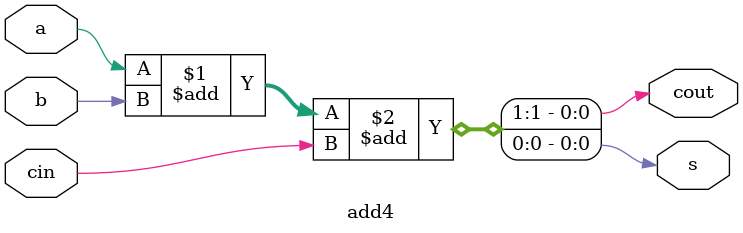
<source format=v>
`timescale 1ns / 1ps


module add4(
    input a,
    input b,
    input cin,
    output s,
    output cout
);
    
    assign {cout, s} = a + b + cin;
    
endmodule
</source>
